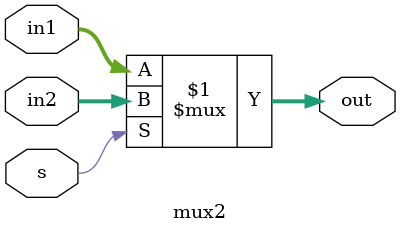
<source format=v>
module mux2 #(parameter WIDTH=16)(
	input s, 
	input [WIDTH-1:0] in1, in2,
	output [WIDTH-1:0] out);
	
	assign out = s ? in2 : in1;
endmodule
</source>
